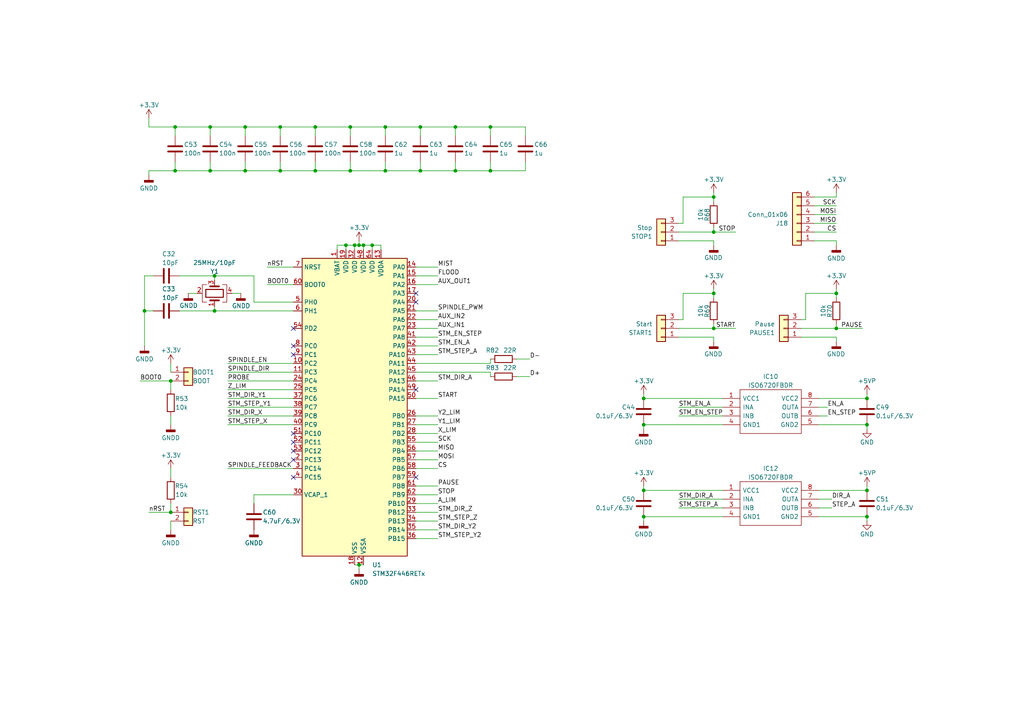
<source format=kicad_sch>
(kicad_sch (version 20230121) (generator eeschema)
  (paper "A4")
  (title_block (title "PCK Controller V1") (company "Josef Pecka"))
  (lib_symbols
    (symbol "Connector_Generic:Conn_01x02" (pin_names (offset 1.016) hide)
      (property "Reference" "J" (at 0 2.54 0))
      (property "Value" "Conn_01x02" (at 0 -5.08 0))
      (symbol "Conn_01x02_1_1"
        (rectangle (start -1.27 -2.413) (end 0 -2.667) (stroke (width 0.1524)))
        (rectangle (start -1.27 0.127) (end 0 -0.127) (stroke (width 0.1524)))
        (rectangle (start -1.27 1.27) (end 1.27 -3.81) (stroke (width 0.254)) (fill (type background)))
        (pin passive line (at -5.08 0 0) (length 3.81) (name "Pin_1") (number "1"))
        (pin passive line (at -5.08 -2.54 0) (length 3.81) (name "Pin_2") (number "2"))
      )
    )
    (symbol "Connector_Generic:Conn_01x03" (pin_names (offset 1.016) hide)
      (property "Reference" "J" (at 0 5.08 0))
      (property "Value" "Conn_01x03" (at 0 -5.08 0))
      (symbol "Conn_01x03_1_1"
        (rectangle (start -1.27 -2.413) (end 0 -2.667) (stroke (width 0.1524)))
        (rectangle (start -1.27 0.127) (end 0 -0.127) (stroke (width 0.1524)))
        (rectangle (start -1.27 2.667) (end 0 2.413) (stroke (width 0.1524)))
        (rectangle (start -1.27 3.81) (end 1.27 -3.81) (stroke (width 0.254)) (fill (type background)))
        (pin passive line (at -5.08 2.54 0) (length 3.81) (name "Pin_1") (number "1"))
        (pin passive line (at -5.08 0 0) (length 3.81) (name "Pin_2") (number "2"))
        (pin passive line (at -5.08 -2.54 0) (length 3.81) (name "Pin_3") (number "3"))
      )
    )
    (symbol "Connector_Generic:Conn_01x06" (pin_names (offset 1.016) hide)
      (property "Reference" "J" (at 0 7.62 0))
      (property "Value" "Conn_01x06" (at 0 -10.16 0))
      (symbol "Conn_01x06_1_1"
        (rectangle (start -1.27 -7.493) (end 0 -7.747) (stroke (width 0.1524)))
        (rectangle (start -1.27 -4.953) (end 0 -5.207) (stroke (width 0.1524)))
        (rectangle (start -1.27 -2.413) (end 0 -2.667) (stroke (width 0.1524)))
        (rectangle (start -1.27 0.127) (end 0 -0.127) (stroke (width 0.1524)))
        (rectangle (start -1.27 2.667) (end 0 2.413) (stroke (width 0.1524)))
        (rectangle (start -1.27 5.207) (end 0 4.953) (stroke (width 0.1524)))
        (rectangle (start -1.27 6.35) (end 1.27 -8.89) (stroke (width 0.254)) (fill (type background)))
        (pin passive line (at -5.08 5.08 0) (length 3.81) (name "Pin_1") (number "1"))
        (pin passive line (at -5.08 2.54 0) (length 3.81) (name "Pin_2") (number "2"))
        (pin passive line (at -5.08 0 0) (length 3.81) (name "Pin_3") (number "3"))
        (pin passive line (at -5.08 -2.54 0) (length 3.81) (name "Pin_4") (number "4"))
        (pin passive line (at -5.08 -5.08 0) (length 3.81) (name "Pin_5") (number "5"))
        (pin passive line (at -5.08 -7.62 0) (length 3.81) (name "Pin_6") (number "6"))
      )
    )
    (symbol "Device:C" (pin_numbers hide) (pin_names (offset 0.254))
      (property "Reference" "C" (at 0.635 2.54 0))
      (property "Value" "C" (at 0.635 -2.54 0))
      (symbol "C_0_1"
        (polyline (pts (xy -2.032 -0.762) (xy 2.032 -0.762)) (stroke (width 0.508)))
        (polyline (pts (xy -2.032 0.762) (xy 2.032 0.762)) (stroke (width 0.508)))
      )
      (symbol "C_1_1"
        (pin passive line (at 0 3.81 270) (length 2.794) (name "~") (number "1"))
        (pin passive line (at 0 -3.81 90) (length 2.794) (name "~") (number "2"))
      )
    )
    (symbol "Device:Crystal_GND24" (pin_names (offset 1.016) hide)
      (property "Reference" "Y" (at 3.175 5.08 0))
      (property "Value" "Crystal_GND24" (at 3.175 3.175 0))
      (symbol "Crystal_GND24_0_1"
        (rectangle (start -1.143 2.54) (end 1.143 -2.54) (stroke (width 0.3048)))
        (polyline (pts (xy -2.54 0) (xy -2.032 0)))
        (polyline (pts (xy -2.032 -1.27) (xy -2.032 1.27)) (stroke (width 0.508)))
        (polyline (pts (xy 0 -3.81) (xy 0 -3.556)))
        (polyline (pts (xy 0 3.556) (xy 0 3.81)))
        (polyline (pts (xy 2.032 -1.27) (xy 2.032 1.27)) (stroke (width 0.508)))
        (polyline (pts (xy 2.032 0) (xy 2.54 0)))
        (polyline (pts (xy -2.54 -2.286) (xy -2.54 -3.556) (xy 2.54 -3.556) (xy 2.54 -2.286)))
        (polyline (pts (xy -2.54 2.286) (xy -2.54 3.556) (xy 2.54 3.556) (xy 2.54 2.286)))
      )
      (symbol "Crystal_GND24_1_1"
        (pin passive line (at -3.81 0 0) (length 1.27) (name "1") (number "1"))
        (pin passive line (at 0 5.08 270) (length 1.27) (name "2") (number "2"))
        (pin passive line (at 3.81 0 180) (length 1.27) (name "3") (number "3"))
        (pin passive line (at 0 -5.08 90) (length 1.27) (name "4") (number "4"))
      )
    )
    (symbol "Device:R" (pin_numbers hide) (pin_names (offset 0))
      (property "Reference" "R" (at 2.032 0 90))
      (property "Value" "R" (at 0 0 90))
      (symbol "R_0_1"
        (rectangle (start -1.016 -2.54) (end 1.016 2.54) (stroke (width 0.254)))
      )
      (symbol "R_1_1"
        (pin passive line (at 0 3.81 270) (length 1.27) (name "~") (number "1"))
        (pin passive line (at 0 -3.81 90) (length 1.27) (name "~") (number "2"))
      )
    )
    (symbol "MCU_ST_STM32F4:STM32F446RETx"
      (property "Reference" "U" (at -15.24 44.45 0))
      (property "Value" "STM32F446RETx" (at 10.16 44.45 0))
      (symbol "STM32F446RETx_0_1"
        (rectangle (start -15.24 -43.18) (end 15.24 43.18) (stroke (width 0.254)) (fill (type background)))
      )
      (symbol "STM32F446RETx_1_1"
        (pin power_in line (at -5.08 45.72 270) (length 2.54) (name "VBAT") (number "1"))
        (pin bidirectional line (at -17.78 12.7 0) (length 2.54) (name "PC2") (number "10"))
        (pin bidirectional line (at -17.78 10.16 0) (length 2.54) (name "PC3") (number "11"))
        (pin power_in line (at 2.54 -45.72 90) (length 2.54) (name "VSSA") (number "12"))
        (pin power_in line (at 7.62 45.72 270) (length 2.54) (name "VDDA") (number "13"))
        (pin bidirectional line (at 17.78 40.64 180) (length 2.54) (name "PA0") (number "14"))
        (pin bidirectional line (at 17.78 38.1 180) (length 2.54) (name "PA1") (number "15"))
        (pin bidirectional line (at 17.78 35.56 180) (length 2.54) (name "PA2") (number "16"))
        (pin bidirectional line (at 17.78 33.02 180) (length 2.54) (name "PA3") (number "17"))
        (pin power_in line (at 0 -45.72 90) (length 2.54) (name "VSS") (number "18"))
        (pin power_in line (at -2.54 45.72 270) (length 2.54) (name "VDD") (number "19"))
        (pin bidirectional line (at -17.78 -15.24 0) (length 2.54) (name "PC13") (number "2"))
        (pin bidirectional line (at 17.78 30.48 180) (length 2.54) (name "PA4") (number "20"))
        (pin bidirectional line (at 17.78 27.94 180) (length 2.54) (name "PA5") (number "21"))
        (pin bidirectional line (at 17.78 25.4 180) (length 2.54) (name "PA6") (number "22"))
        (pin bidirectional line (at 17.78 22.86 180) (length 2.54) (name "PA7") (number "23"))
        (pin bidirectional line (at -17.78 7.62 0) (length 2.54) (name "PC4") (number "24"))
        (pin bidirectional line (at -17.78 5.08 0) (length 2.54) (name "PC5") (number "25"))
        (pin bidirectional line (at 17.78 -2.54 180) (length 2.54) (name "PB0") (number "26"))
        (pin bidirectional line (at 17.78 -5.08 180) (length 2.54) (name "PB1") (number "27"))
        (pin bidirectional line (at 17.78 -7.62 180) (length 2.54) (name "PB2") (number "28"))
        (pin bidirectional line (at 17.78 -27.94 180) (length 2.54) (name "PB10") (number "29"))
        (pin bidirectional line (at -17.78 -17.78 0) (length 2.54) (name "PC14") (number "3"))
        (pin power_out line (at -17.78 -25.4 0) (length 2.54) (name "VCAP_1") (number "30"))
        (pin passive line (at 0 -45.72 90) (length 2.54) hide (name "VSS") (number "31"))
        (pin power_in line (at 0 45.72 270) (length 2.54) (name "VDD") (number "32"))
        (pin bidirectional line (at 17.78 -30.48 180) (length 2.54) (name "PB12") (number "33"))
        (pin bidirectional line (at 17.78 -33.02 180) (length 2.54) (name "PB13") (number "34"))
        (pin bidirectional line (at 17.78 -35.56 180) (length 2.54) (name "PB14") (number "35"))
        (pin bidirectional line (at 17.78 -38.1 180) (length 2.54) (name "PB15") (number "36"))
        (pin bidirectional line (at -17.78 2.54 0) (length 2.54) (name "PC6") (number "37"))
        (pin bidirectional line (at -17.78 0 0) (length 2.54) (name "PC7") (number "38"))
        (pin bidirectional line (at -17.78 -2.54 0) (length 2.54) (name "PC8") (number "39"))
        (pin bidirectional line (at -17.78 -20.32 0) (length 2.54) (name "PC15") (number "4"))
        (pin bidirectional line (at -17.78 -5.08 0) (length 2.54) (name "PC9") (number "40"))
        (pin bidirectional line (at 17.78 20.32 180) (length 2.54) (name "PA8") (number "41"))
        (pin bidirectional line (at 17.78 17.78 180) (length 2.54) (name "PA9") (number "42"))
        (pin bidirectional line (at 17.78 15.24 180) (length 2.54) (name "PA10") (number "43"))
        (pin bidirectional line (at 17.78 12.7 180) (length 2.54) (name "PA11") (number "44"))
        (pin bidirectional line (at 17.78 10.16 180) (length 2.54) (name "PA12") (number "45"))
        (pin bidirectional line (at 17.78 7.62 180) (length 2.54) (name "PA13") (number "46"))
        (pin passive line (at 0 -45.72 90) (length 2.54) hide (name "VSS") (number "47"))
        (pin power_in line (at 2.54 45.72 270) (length 2.54) (name "VDD") (number "48"))
        (pin bidirectional line (at 17.78 5.08 180) (length 2.54) (name "PA14") (number "49"))
        (pin bidirectional line (at -17.78 30.48 0) (length 2.54) (name "PH0") (number "5"))
        (pin bidirectional line (at 17.78 2.54 180) (length 2.54) (name "PA15") (number "50"))
        (pin bidirectional line (at -17.78 -7.62 0) (length 2.54) (name "PC10") (number "51"))
        (pin bidirectional line (at -17.78 -10.16 0) (length 2.54) (name "PC11") (number "52"))
        (pin bidirectional line (at -17.78 -12.7 0) (length 2.54) (name "PC12") (number "53"))
        (pin bidirectional line (at -17.78 22.86 0) (length 2.54) (name "PD2") (number "54"))
        (pin bidirectional line (at 17.78 -10.16 180) (length 2.54) (name "PB3") (number "55"))
        (pin bidirectional line (at 17.78 -12.7 180) (length 2.54) (name "PB4") (number "56"))
        (pin bidirectional line (at 17.78 -15.24 180) (length 2.54) (name "PB5") (number "57"))
        (pin bidirectional line (at 17.78 -17.78 180) (length 2.54) (name "PB6") (number "58"))
        (pin bidirectional line (at 17.78 -20.32 180) (length 2.54) (name "PB7") (number "59"))
        (pin bidirectional line (at -17.78 27.94 0) (length 2.54) (name "PH1") (number "6"))
        (pin input line (at -17.78 35.56 0) (length 2.54) (name "BOOT0") (number "60"))
        (pin bidirectional line (at 17.78 -22.86 180) (length 2.54) (name "PB8") (number "61"))
        (pin bidirectional line (at 17.78 -25.4 180) (length 2.54) (name "PB9") (number "62"))
        (pin passive line (at 0 -45.72 90) (length 2.54) hide (name "VSS") (number "63"))
        (pin power_in line (at 5.08 45.72 270) (length 2.54) (name "VDD") (number "64"))
        (pin input line (at -17.78 40.64 0) (length 2.54) (name "NRST") (number "7"))
        (pin bidirectional line (at -17.78 17.78 0) (length 2.54) (name "PC0") (number "8"))
        (pin bidirectional line (at -17.78 15.24 0) (length 2.54) (name "PC1") (number "9"))
      )
    )
    (symbol "SamacSys_Parts:ISO6720FBDR" (pin_names (offset 0.762))
      (property "Reference" "IC" (at 24.13 7.62 0))
      (property "Value" "ISO6720FBDR" (at 24.13 5.08 0))
      (symbol "ISO6720FBDR_0_0"
        (pin passive line (at 0 0 0) (length 5.08) (name "VCC1") (number "1"))
        (pin passive line (at 0 -2.54 0) (length 5.08) (name "INA") (number "2"))
        (pin passive line (at 0 -5.08 0) (length 5.08) (name "INB") (number "3"))
        (pin passive line (at 0 -7.62 0) (length 5.08) (name "GND1") (number "4"))
        (pin passive line (at 27.94 -7.62 180) (length 5.08) (name "GND2") (number "5"))
        (pin passive line (at 27.94 -5.08 180) (length 5.08) (name "OUTB") (number "6"))
        (pin passive line (at 27.94 -2.54 180) (length 5.08) (name "OUTA") (number "7"))
        (pin passive line (at 27.94 0 180) (length 5.08) (name "VCC2") (number "8"))
      )
      (symbol "ISO6720FBDR_0_1"
        (polyline (pts (xy 5.08 2.54) (xy 22.86 2.54) (xy 22.86 -10.16) (xy 5.08 -10.16) (xy 5.08 2.54)) (stroke (width 0.1524)))
      )
    )
    (symbol "power:+3.3V" (power) (pin_names (offset 0))
      (property "Value" "+3.3V" (at 0 3.556 0))
      (symbol "+3.3V_0_1"
        (polyline (pts (xy -0.762 1.27) (xy 0 2.54)))
        (polyline (pts (xy 0 0) (xy 0 2.54)))
        (polyline (pts (xy 0 2.54) (xy 0.762 1.27)))
      )
      (symbol "+3.3V_1_1"
        (pin power_in line (at 0 0 90) (length 0) hide (name "+3.3V") (number "1"))
      )
    )
    (symbol "power:+5VP" (power) (pin_names (offset 0))
      (property "Value" "+5VP" (at 0 3.556 0))
      (symbol "+5VP_0_1"
        (polyline (pts (xy -0.762 1.27) (xy 0 2.54)))
        (polyline (pts (xy 0 0) (xy 0 2.54)))
        (polyline (pts (xy 0 2.54) (xy 0.762 1.27)))
      )
      (symbol "+5VP_1_1"
        (pin power_in line (at 0 0 90) (length 0) hide (name "+5VP") (number "1"))
      )
    )
    (symbol "power:GND" (power) (pin_names (offset 0))
      (property "Value" "GND" (at 0 -3.81 0))
      (symbol "GND_0_1"
        (polyline (pts (xy 0 0) (xy 0 -1.27) (xy 1.27 -1.27) (xy 0 -2.54) (xy -1.27 -1.27) (xy 0 -1.27)))
      )
      (symbol "GND_1_1"
        (pin power_in line (at 0 0 270) (length 0) hide (name "GND") (number "1"))
      )
    )
    (symbol "power:GNDD" (power) (pin_names (offset 0))
      (property "Value" "GNDD" (at 0 -3.175 0))
      (symbol "GNDD_0_1"
        (rectangle (start -1.27 -1.524) (end 1.27 -2.032) (stroke (width 0.254)) (fill (type outline)))
        (polyline (pts (xy 0 0) (xy 0 -1.524)))
      )
      (symbol "GNDD_1_1"
        (pin power_in line (at 0 0 270) (length 0) hide (name "GNDD") (number "1"))
      )
    )
  )
  (junction (at 186.69 123.19))
  (junction (at 105.41 71.12))
  (junction (at 251.46 123.19))
  (junction (at 71.12 36.83))
  (junction (at 49.53 110.49))
  (junction (at 207.01 57.15))
  (junction (at 251.46 115.57))
  (junction (at 186.69 115.57))
  (junction (at 104.14 71.12))
  (junction (at 50.8 49.53))
  (junction (at 242.57 95.25))
  (junction (at 207.01 67.31))
  (junction (at 107.95 71.12))
  (junction (at 132.08 49.53))
  (junction (at 71.12 49.53))
  (junction (at 91.44 36.83))
  (junction (at 186.69 142.24))
  (junction (at 111.76 49.53))
  (junction (at 101.6 49.53))
  (junction (at 91.44 49.53))
  (junction (at 62.23 80.01))
  (junction (at 121.92 49.53))
  (junction (at 60.96 36.83))
  (junction (at 104.14 163.83))
  (junction (at 62.23 90.17))
  (junction (at 49.53 148.59))
  (junction (at 81.28 49.53))
  (junction (at 100.33 71.12))
  (junction (at 132.08 36.83))
  (junction (at 142.24 49.53))
  (junction (at 207.01 85.09))
  (junction (at 251.46 142.24))
  (junction (at 186.69 149.86))
  (junction (at 50.8 36.83))
  (junction (at 251.46 149.86))
  (junction (at 81.28 36.83))
  (junction (at 111.76 36.83))
  (junction (at 41.91 90.17))
  (junction (at 207.01 95.25))
  (junction (at 121.92 36.83))
  (junction (at 102.87 71.12))
  (junction (at 142.24 36.83))
  (junction (at 242.57 85.09))
  (junction (at 101.6 36.83))
  (junction (at 60.96 49.53))
  (no_connect (at 85.09 100.33))
  (no_connect (at 85.09 133.35))
  (no_connect (at 120.65 87.63))
  (no_connect (at 85.09 130.81))
  (no_connect (at 120.65 85.09))
  (no_connect (at 120.65 138.43))
  (no_connect (at 85.09 102.87))
  (no_connect (at 85.09 138.43))
  (no_connect (at 85.09 128.27))
  (no_connect (at 85.09 125.73))
  (no_connect (at 120.65 113.03))
  (no_connect (at 85.09 95.25))
  (wire (pts (xy 66.04 120.65) (xy 85.09 120.65)))
  (wire (pts (xy 107.95 71.12) (xy 107.95 72.39)))
  (wire (pts (xy 142.24 109.22) (xy 142.24 107.95)))
  (wire (pts (xy 120.65 100.33) (xy 127 100.33)))
  (wire (pts (xy 207.01 99.06) (xy 207.01 97.79)))
  (wire (pts (xy 120.65 105.41) (xy 142.24 105.41)))
  (wire (pts (xy 49.53 110.49) (xy 49.53 113.03)))
  (wire (pts (xy 196.85 144.78) (xy 209.55 144.78)))
  (wire (pts (xy 111.76 36.83) (xy 111.76 39.37)))
  (wire (pts (xy 242.57 71.12) (xy 242.57 69.85)))
  (wire (pts (xy 101.6 46.99) (xy 101.6 49.53)))
  (wire (pts (xy 149.86 104.14) (xy 153.67 104.14)))
  (wire (pts (xy 250.19 95.25) (xy 242.57 95.25)))
  (wire (pts (xy 104.14 71.12) (xy 105.41 71.12)))
  (wire (pts (xy 101.6 36.83) (xy 101.6 39.37)))
  (wire (pts (xy 186.69 114.3) (xy 186.69 115.57)))
  (wire (pts (xy 198.12 57.15) (xy 198.12 64.77)))
  (wire (pts (xy 242.57 99.06) (xy 242.57 97.79)))
  (wire (pts (xy 43.18 148.59) (xy 49.53 148.59)))
  (wire (pts (xy 242.57 59.69) (xy 236.22 59.69)))
  (wire (pts (xy 60.96 36.83) (xy 71.12 36.83)))
  (wire (pts (xy 241.3 147.32) (xy 237.49 147.32)))
  (wire (pts (xy 237.49 115.57) (xy 251.46 115.57)))
  (wire (pts (xy 73.66 143.51) (xy 85.09 143.51)))
  (wire (pts (xy 50.8 46.99) (xy 50.8 49.53)))
  (wire (pts (xy 242.57 95.25) (xy 232.41 95.25)))
  (wire (pts (xy 71.12 36.83) (xy 81.28 36.83)))
  (wire (pts (xy 207.01 85.09) (xy 198.12 85.09)))
  (wire (pts (xy 54.61 85.09) (xy 57.15 85.09)))
  (wire (pts (xy 127 95.25) (xy 120.65 95.25)))
  (wire (pts (xy 44.45 80.01) (xy 41.91 80.01)))
  (wire (pts (xy 104.14 69.85) (xy 104.14 71.12)))
  (wire (pts (xy 186.69 124.46) (xy 186.69 123.19)))
  (wire (pts (xy 196.85 120.65) (xy 209.55 120.65)))
  (wire (pts (xy 101.6 49.53) (xy 111.76 49.53)))
  (wire (pts (xy 213.36 95.25) (xy 207.01 95.25)))
  (wire (pts (xy 81.28 46.99) (xy 81.28 49.53)))
  (wire (pts (xy 120.65 97.79) (xy 127 97.79)))
  (wire (pts (xy 127 120.65) (xy 120.65 120.65)))
  (wire (pts (xy 121.92 49.53) (xy 132.08 49.53)))
  (wire (pts (xy 121.92 46.99) (xy 121.92 49.53)))
  (wire (pts (xy 242.57 93.98) (xy 242.57 95.25)))
  (wire (pts (xy 111.76 36.83) (xy 121.92 36.83)))
  (wire (pts (xy 50.8 39.37) (xy 50.8 36.83)))
  (wire (pts (xy 71.12 36.83) (xy 71.12 39.37)))
  (wire (pts (xy 207.01 71.12) (xy 207.01 69.85)))
  (wire (pts (xy 251.46 123.19) (xy 251.46 124.46)))
  (wire (pts (xy 127 90.17) (xy 120.65 90.17)))
  (wire (pts (xy 142.24 36.83) (xy 152.4 36.83)))
  (wire (pts (xy 186.69 151.13) (xy 186.69 149.86)))
  (wire (pts (xy 60.96 49.53) (xy 71.12 49.53)))
  (wire (pts (xy 49.53 146.05) (xy 49.53 148.59)))
  (wire (pts (xy 71.12 46.99) (xy 71.12 49.53)))
  (wire (pts (xy 142.24 46.99) (xy 142.24 49.53)))
  (wire (pts (xy 132.08 36.83) (xy 132.08 39.37)))
  (wire (pts (xy 102.87 71.12) (xy 104.14 71.12)))
  (wire (pts (xy 207.01 57.15) (xy 207.01 58.42)))
  (wire (pts (xy 127 128.27) (xy 120.65 128.27)))
  (wire (pts (xy 120.65 143.51) (xy 127 143.51)))
  (wire (pts (xy 142.24 36.83) (xy 142.24 39.37)))
  (wire (pts (xy 127 151.13) (xy 120.65 151.13)))
  (wire (pts (xy 242.57 57.15) (xy 236.22 57.15)))
  (wire (pts (xy 81.28 36.83) (xy 81.28 39.37)))
  (wire (pts (xy 102.87 71.12) (xy 102.87 72.39)))
  (wire (pts (xy 104.14 163.83) (xy 105.41 163.83)))
  (wire (pts (xy 242.57 85.09) (xy 242.57 86.36)))
  (wire (pts (xy 73.66 146.05) (xy 73.66 143.51)))
  (wire (pts (xy 186.69 149.86) (xy 209.55 149.86)))
  (wire (pts (xy 62.23 80.01) (xy 73.66 80.01)))
  (wire (pts (xy 127 125.73) (xy 120.65 125.73)))
  (wire (pts (xy 242.57 97.79) (xy 232.41 97.79)))
  (wire (pts (xy 132.08 36.83) (xy 142.24 36.83)))
  (wire (pts (xy 251.46 149.86) (xy 251.46 151.13)))
  (wire (pts (xy 110.49 71.12) (xy 110.49 72.39)))
  (wire (pts (xy 50.8 36.83) (xy 60.96 36.83)))
  (wire (pts (xy 107.95 71.12) (xy 110.49 71.12)))
  (wire (pts (xy 121.92 36.83) (xy 121.92 39.37)))
  (wire (pts (xy 62.23 80.01) (xy 62.23 81.28)))
  (wire (pts (xy 101.6 36.83) (xy 111.76 36.83)))
  (wire (pts (xy 207.01 97.79) (xy 196.85 97.79)))
  (wire (pts (xy 127 92.71) (xy 120.65 92.71)))
  (wire (pts (xy 44.45 90.17) (xy 41.91 90.17)))
  (wire (pts (xy 69.85 85.09) (xy 67.31 85.09)))
  (wire (pts (xy 186.69 142.24) (xy 209.55 142.24)))
  (wire (pts (xy 142.24 104.14) (xy 142.24 105.41)))
  (wire (pts (xy 73.66 80.01) (xy 73.66 87.63)))
  (wire (pts (xy 66.04 118.11) (xy 85.09 118.11)))
  (wire (pts (xy 242.57 64.77) (xy 236.22 64.77)))
  (wire (pts (xy 233.68 85.09) (xy 233.68 92.71)))
  (wire (pts (xy 198.12 85.09) (xy 198.12 92.71)))
  (wire (pts (xy 100.33 71.12) (xy 102.87 71.12)))
  (wire (pts (xy 242.57 85.09) (xy 233.68 85.09)))
  (wire (pts (xy 120.65 80.01) (xy 127 80.01)))
  (wire (pts (xy 198.12 64.77) (xy 196.85 64.77)))
  (wire (pts (xy 132.08 46.99) (xy 132.08 49.53)))
  (wire (pts (xy 100.33 71.12) (xy 100.33 72.39)))
  (wire (pts (xy 105.41 71.12) (xy 107.95 71.12)))
  (wire (pts (xy 207.01 83.82) (xy 207.01 85.09)))
  (wire (pts (xy 207.01 95.25) (xy 196.85 95.25)))
  (wire (pts (xy 111.76 46.99) (xy 111.76 49.53)))
  (wire (pts (xy 127 156.21) (xy 120.65 156.21)))
  (wire (pts (xy 207.01 67.31) (xy 196.85 67.31)))
  (wire (pts (xy 237.49 142.24) (xy 251.46 142.24)))
  (wire (pts (xy 241.3 144.78) (xy 237.49 144.78)))
  (wire (pts (xy 77.47 82.55) (xy 85.09 82.55)))
  (wire (pts (xy 77.47 77.47) (xy 85.09 77.47)))
  (wire (pts (xy 43.18 36.83) (xy 50.8 36.83)))
  (wire (pts (xy 142.24 49.53) (xy 152.4 49.53)))
  (wire (pts (xy 81.28 36.83) (xy 91.44 36.83)))
  (wire (pts (xy 207.01 85.09) (xy 207.01 86.36)))
  (wire (pts (xy 132.08 49.53) (xy 142.24 49.53)))
  (wire (pts (xy 73.66 87.63) (xy 85.09 87.63)))
  (wire (pts (xy 97.79 71.12) (xy 100.33 71.12)))
  (wire (pts (xy 60.96 36.83) (xy 60.96 39.37)))
  (wire (pts (xy 43.18 50.8) (xy 43.18 49.53)))
  (wire (pts (xy 97.79 72.39) (xy 97.79 71.12)))
  (wire (pts (xy 91.44 46.99) (xy 91.44 49.53)))
  (wire (pts (xy 251.46 142.24) (xy 251.46 140.97)))
  (wire (pts (xy 66.04 123.19) (xy 85.09 123.19)))
  (wire (pts (xy 213.36 67.31) (xy 207.01 67.31)))
  (wire (pts (xy 120.65 82.55) (xy 127 82.55)))
  (wire (pts (xy 49.53 105.41) (xy 49.53 107.95)))
  (wire (pts (xy 237.49 149.86) (xy 251.46 149.86)))
  (wire (pts (xy 233.68 92.71) (xy 232.41 92.71)))
  (wire (pts (xy 142.24 107.95) (xy 120.65 107.95)))
  (wire (pts (xy 43.18 34.29) (xy 43.18 36.83)))
  (wire (pts (xy 242.57 67.31) (xy 236.22 67.31)))
  (wire (pts (xy 66.04 110.49) (xy 85.09 110.49)))
  (wire (pts (xy 121.92 36.83) (xy 132.08 36.83)))
  (wire (pts (xy 207.01 55.88) (xy 207.01 57.15)))
  (wire (pts (xy 62.23 90.17) (xy 85.09 90.17)))
  (wire (pts (xy 237.49 123.19) (xy 251.46 123.19)))
  (wire (pts (xy 43.18 49.53) (xy 50.8 49.53)))
  (wire (pts (xy 120.65 115.57) (xy 127 115.57)))
  (wire (pts (xy 41.91 90.17) (xy 41.91 100.33)))
  (wire (pts (xy 242.57 55.88) (xy 242.57 57.15)))
  (wire (pts (xy 198.12 92.71) (xy 196.85 92.71)))
  (wire (pts (xy 102.87 163.83) (xy 104.14 163.83)))
  (wire (pts (xy 50.8 49.53) (xy 60.96 49.53)))
  (wire (pts (xy 207.01 66.04) (xy 207.01 67.31)))
  (wire (pts (xy 40.64 110.49) (xy 49.53 110.49)))
  (wire (pts (xy 127 148.59) (xy 120.65 148.59)))
  (wire (pts (xy 120.65 140.97) (xy 127 140.97)))
  (wire (pts (xy 207.01 93.98) (xy 207.01 95.25)))
  (wire (pts (xy 242.57 62.23) (xy 236.22 62.23)))
  (wire (pts (xy 66.04 105.41) (xy 85.09 105.41)))
  (wire (pts (xy 60.96 46.99) (xy 60.96 49.53)))
  (wire (pts (xy 152.4 36.83) (xy 152.4 39.37)))
  (wire (pts (xy 91.44 36.83) (xy 91.44 39.37)))
  (wire (pts (xy 127 123.19) (xy 120.65 123.19)))
  (wire (pts (xy 237.49 120.65) (xy 240.03 120.65)))
  (wire (pts (xy 71.12 49.53) (xy 81.28 49.53)))
  (wire (pts (xy 41.91 80.01) (xy 41.91 90.17)))
  (wire (pts (xy 81.28 49.53) (xy 91.44 49.53)))
  (wire (pts (xy 62.23 88.9) (xy 62.23 90.17)))
  (wire (pts (xy 62.23 80.01) (xy 52.07 80.01)))
  (wire (pts (xy 186.69 140.97) (xy 186.69 142.24)))
  (wire (pts (xy 49.53 120.65) (xy 49.53 123.19)))
  (wire (pts (xy 207.01 69.85) (xy 196.85 69.85)))
  (wire (pts (xy 66.04 113.03) (xy 85.09 113.03)))
  (wire (pts (xy 104.14 165.1) (xy 104.14 163.83)))
  (wire (pts (xy 196.85 118.11) (xy 209.55 118.11)))
  (wire (pts (xy 111.76 49.53) (xy 121.92 49.53)))
  (wire (pts (xy 127 146.05) (xy 120.65 146.05)))
  (wire (pts (xy 251.46 115.57) (xy 251.46 114.3)))
  (wire (pts (xy 66.04 135.89) (xy 85.09 135.89)))
  (wire (pts (xy 49.53 151.13) (xy 49.53 153.67)))
  (wire (pts (xy 127 153.67) (xy 120.65 153.67)))
  (wire (pts (xy 127 133.35) (xy 120.65 133.35)))
  (wire (pts (xy 237.49 118.11) (xy 240.03 118.11)))
  (wire (pts (xy 152.4 46.99) (xy 152.4 49.53)))
  (wire (pts (xy 49.53 135.89) (xy 49.53 138.43)))
  (wire (pts (xy 120.65 102.87) (xy 127 102.87)))
  (wire (pts (xy 186.69 115.57) (xy 209.55 115.57)))
  (wire (pts (xy 91.44 49.53) (xy 101.6 49.53)))
  (wire (pts (xy 62.23 90.17) (xy 52.07 90.17)))
  (wire (pts (xy 91.44 36.83) (xy 101.6 36.83)))
  (wire (pts (xy 66.04 115.57) (xy 85.09 115.57)))
  (wire (pts (xy 127 130.81) (xy 120.65 130.81)))
  (wire (pts (xy 186.69 123.19) (xy 209.55 123.19)))
  (wire (pts (xy 207.01 57.15) (xy 198.12 57.15)))
  (wire (pts (xy 120.65 77.47) (xy 127 77.47)))
  (wire (pts (xy 105.41 71.12) (xy 105.41 72.39)))
  (wire (pts (xy 149.86 109.22) (xy 153.67 109.22)))
  (wire (pts (xy 242.57 69.85) (xy 236.22 69.85)))
  (wire (pts (xy 120.65 135.89) (xy 127 135.89)))
  (wire (pts (xy 196.85 147.32) (xy 209.55 147.32)))
  (wire (pts (xy 242.57 83.82) (xy 242.57 85.09)))
  (wire (pts (xy 120.65 110.49) (xy 127 110.49)))
  (wire (pts (xy 66.04 107.95) (xy 85.09 107.95)))
  (label "DIR_A" (at 241.3 144.78 0))
  (label "STM_DIR_A" (at 127 110.49 0))
  (label "CS" (at 242.57 67.31 180))
  (label "STM_STEP_Z" (at 127 151.13 0))
  (label "MISO" (at 127 130.81 0))
  (label "PAUSE" (at 127 140.97 0))
  (label "STM_STEP_Y2" (at 127 156.21 0))
  (label "MIST" (at 127 77.47 0))
  (label "STM_DIR_X" (at 66.04 120.65 0))
  (label "MISO" (at 242.57 64.77 180))
  (label "A_LIM" (at 127 146.05 0))
  (label "STM_EN_A" (at 196.85 118.11 0))
  (label "STEP_A" (at 241.3 147.32 0))
  (label "START" (at 127 115.57 0))
  (label "STM_EN_STEP" (at 127 97.79 0))
  (label "nRST" (at 43.18 148.59 0))
  (label "STM_DIR_Y1" (at 66.04 115.57 0))
  (label "STM_STEP_X" (at 66.04 123.19 0))
  (label "STM_STEP_A" (at 127 102.87 0))
  (label "STM_DIR_A" (at 196.85 144.78 0))
  (label "D+" (at 153.67 109.22 0))
  (label "MOSI" (at 127 133.35 0))
  (label "STM_STEP_A" (at 196.85 147.32 0))
  (label "EN_STEP" (at 240.03 120.65 0))
  (label "STM_EN_A" (at 127 100.33 0))
  (label "STM_DIR_Y2" (at 127 153.67 0))
  (label "CS" (at 127 135.89 0))
  (label "STOP" (at 213.36 67.31 180))
  (label "MOSI" (at 242.57 62.23 180))
  (label "nRST" (at 77.47 77.47 0))
  (label "STM_EN_STEP" (at 196.85 120.65 0))
  (label "STOP" (at 127 143.51 0))
  (label "SPINDLE_DIR" (at 66.04 107.95 0))
  (label "BOOT0" (at 40.64 110.49 0))
  (label "AUX_IN2" (at 127 92.71 0))
  (label "SCK" (at 242.57 59.69 180))
  (label "D-" (at 153.67 104.14 0))
  (label "SPINDLE_PWM" (at 127 90.17 0))
  (label "AUX_OUT1" (at 127 82.55 0))
  (label "Y1_LIM" (at 127 123.19 0))
  (label "BOOT0" (at 77.47 82.55 0))
  (label "START" (at 213.36 95.25 180))
  (label "AUX_IN1" (at 127 95.25 0))
  (label "EN_A" (at 240.03 118.11 0))
  (label "STM_STEP_Y1" (at 66.04 118.11 0))
  (label "STM_DIR_Z" (at 127 148.59 0))
  (label "SPINDLE_FEEDBACK" (at 66.04 135.89 0))
  (label "PAUSE" (at 250.19 95.25 180))
  (label "FLOOD" (at 127 80.01 0))
  (label "SCK" (at 127 128.27 0))
  (label "SPINDLE_EN" (at 66.04 105.41 0))
  (label "X_LIM" (at 127 125.73 0))
  (label "Y2_LIM" (at 127 120.65 0))
  (label "Z_LIM" (at 66.04 113.03 0))
  (label "PROBE" (at 66.04 110.49 0))
  (symbol (lib_id "power:GNDD") (at 69.85 85.09 0) (unit 1)
    (property "Reference" "#PWR09" (effects hide))
    (property "Value" "GNDD" (at 72.6173 88.7173 0) (effects (justify right)))
  )
  (symbol (lib_id "power:GNDD") (at 207.01 71.12 0) (mirror y) (unit 1)
    (property "Reference" "#PWR016" (effects hide))
    (property "Value" "GNDD" (at 204.2427 74.7473 0) (effects (justify right)))
  )
  (symbol (lib_id "power:+3.3V") (at 186.69 114.3 0) (unit 1)
    (property "Reference" "#PWR071" (effects hide))
    (property "Value" "+3.3V" (at 186.69 110.49 0))
  )
  (symbol (lib_id "Connector_Generic:Conn_01x02") (at 54.61 148.59 0) (unit 1)
    (property "Reference" "RST1" (at 55.88 148.59 0) (effects (justify left)))
    (property "Value" "RST" (at 55.88 151.13 0) (effects (justify left)))
    (property "Footprint" "Connector_PinHeader_2.54mm:PinHeader_1x02_P2.54mm_Vertical" (effects hide))
  )
  (symbol (lib_id "power:GNDD") (at 49.53 153.67 0) (unit 1)
    (property "Reference" "#PWR07" (effects hide))
    (property "Value" "GNDD" (at 49.53 157.48 0))
  )
  (symbol (lib_id "Device:C") (at 101.6 43.18 0) (unit 1)
    (property "Reference" "C58" (at 104.14 41.91 0) (effects (justify left)))
    (property "Value" "100n" (at 104.14 44.45 0) (effects (justify left)))
    (property "Footprint" "Capacitor_SMD:C_0402_1005Metric" (effects hide))
  )
  (symbol (lib_id "power:GNDD") (at 49.53 123.19 0) (unit 1)
    (property "Reference" "#PWR05" (effects hide))
    (property "Value" "GNDD" (at 49.53 127 0))
  )
  (symbol (lib_id "Device:R") (at 207.01 90.17 0) (mirror x) (unit 1)
    (property "Reference" "R69" (at 205.1032 90.2371 90))
    (property "Value" "10k" (at 203.2 90.17 90))
    (property "Footprint" "Resistor_SMD:R_0402_1005Metric" (effects hide))
  )
  (symbol (lib_id "Device:C") (at 71.12 43.18 0) (unit 1)
    (property "Reference" "C55" (at 73.66 41.91 0) (effects (justify left)))
    (property "Value" "100n" (at 73.66 44.45 0) (effects (justify left)))
    (property "Footprint" "Capacitor_SMD:C_0402_1005Metric" (effects hide))
  )
  (symbol (lib_id "Device:R") (at 146.05 104.14 90) (unit 1)
    (property "Reference" "R82" (at 144.78 101.6 90) (effects (justify left)))
    (property "Value" "22R" (at 149.86 101.6 90) (effects (justify left)))
    (property "Footprint" "Resistor_SMD:R_0402_1005Metric" (effects hide))
  )
  (symbol (lib_id "Connector_Generic:Conn_01x03") (at 227.33 95.25 180) (unit 1)
    (property "Reference" "PAUSE1" (at 224.79 96.52 0) (effects (justify left)))
    (property "Value" "Pause" (at 224.79 93.98 0) (effects (justify left)))
    (property "Footprint" "Connector_JST:JST_XH_B3B-XH-A_1x03_P2.50mm_Vertical" (effects hide))
  )
  (symbol (lib_id "Connector_Generic:Conn_01x02") (at 54.61 107.95 0) (unit 1)
    (property "Reference" "BOOT1" (at 55.88 107.95 0) (effects (justify left)))
    (property "Value" "BOOT" (at 55.88 110.49 0) (effects (justify left)))
    (property "Footprint" "Connector_PinHeader_2.54mm:PinHeader_1x02_P2.54mm_Vertical" (effects hide))
  )
  (symbol (lib_id "SamacSys_Parts:ISO6720FBDR") (at 209.55 142.24 0) (unit 1)
    (property "Reference" "IC12" (at 223.52 135.89 0))
    (property "Value" "ISO6720FBDR" (at 223.52 138.43 0))
    (property "Footprint" "SamacSys_Parts:SOIC127P600X175-8N" (effects hide))
    (property "Datasheet" "https://www.ti.com/lit/ds/symlink/iso6720.pdf?ts=1631770491208&ref_url=https%253A%252F%252Fwww.ti.com%252Fproduct%252FISO6720" (effects hide))
    (property "Description" "Digital Isolators General purpose dual-channel, 2/0, digital isolator" (effects hide))
    (property "Height" "1.75" (effects hide))
    (property "Mouser Part Number" "595-ISO6720FBDR" (effects hide))
    (property "Mouser Price/Stock" "https://www.mouser.co.uk/ProductDetail/Texas-Instruments/ISO6720FBDR?qs=QNEnbhJQKva93m6DsjFZMw%3D%3D" (effects hide))
    (property "Manufacturer_Name" "Texas Instruments" (effects hide))
    (property "Manufacturer_Part_Number" "ISO6720FBDR" (effects hide))
  )
  (symbol (lib_id "Device:C") (at 48.26 80.01 270) (unit 1)
    (property "Reference" "C32" (at 46.99 73.66 90) (effects (justify left)))
    (property "Value" "10pF" (at 46.99 76.2 90) (effects (justify left)))
    (property "Footprint" "Capacitor_SMD:C_0402_1005Metric" (effects hide))
  )
  (symbol (lib_id "Device:C") (at 251.46 146.05 0) (unit 1)
    (property "Reference" "C51" (at 254 144.78 0) (effects (justify left)))
    (property "Value" "0.1uF/6.3V" (at 254 147.32 0) (effects (justify left)))
    (property "Footprint" "Capacitor_SMD:C_0603_1608Metric" (effects hide))
  )
  (symbol (lib_id "power:+3.3V") (at 49.53 105.41 0) (unit 1)
    (property "Reference" "#PWR04" (effects hide))
    (property "Value" "+3.3V" (at 49.53 101.6 0))
  )
  (symbol (lib_id "power:GNDD") (at 43.18 50.8 0) (unit 1)
    (property "Reference" "#PWR02" (effects hide))
    (property "Value" "GNDD" (at 43.18 54.61 0))
  )
  (symbol (lib_id "power:+3.3V") (at 104.14 69.85 0) (unit 1)
    (property "Reference" "#PWR013" (effects hide))
    (property "Value" "+3.3V" (at 104.14 66.04 0))
  )
  (symbol (lib_id "Device:C") (at 50.8 43.18 0) (unit 1)
    (property "Reference" "C53" (at 53.34 41.91 0) (effects (justify left)))
    (property "Value" "100n" (at 53.34 44.45 0) (effects (justify left)))
    (property "Footprint" "Capacitor_SMD:C_0402_1005Metric" (effects hide))
  )
  (symbol (lib_id "power:GNDD") (at 104.14 165.1 0) (unit 1)
    (property "Reference" "#PWR014" (effects hide))
    (property "Value" "GNDD" (at 104.14 168.91 0))
  )
  (symbol (lib_id "SamacSys_Parts:ISO6720FBDR") (at 209.55 115.57 0) (unit 1)
    (property "Reference" "IC10" (at 223.52 109.22 0))
    (property "Value" "ISO6720FBDR" (at 223.52 111.76 0))
    (property "Footprint" "SamacSys_Parts:SOIC127P600X175-8N" (effects hide))
    (property "Datasheet" "https://www.ti.com/lit/ds/symlink/iso6720.pdf?ts=1631770491208&ref_url=https%253A%252F%252Fwww.ti.com%252Fproduct%252FISO6720" (effects hide))
    (property "Description" "Digital Isolators General purpose dual-channel, 2/0, digital isolator" (effects hide))
    (property "Height" "1.75" (effects hide))
    (property "Mouser Part Number" "595-ISO6720FBDR" (effects hide))
    (property "Mouser Price/Stock" "https://www.mouser.co.uk/ProductDetail/Texas-Instruments/ISO6720FBDR?qs=QNEnbhJQKva93m6DsjFZMw%3D%3D" (effects hide))
    (property "Manufacturer_Name" "Texas Instruments" (effects hide))
    (property "Manufacturer_Part_Number" "ISO6720FBDR" (effects hide))
  )
  (symbol (lib_id "Device:Crystal_GND24") (at 62.23 85.09 90) (unit 1)
    (property "Reference" "Y1" (at 62.23 78.74 90))
    (property "Value" "25MHz/10pF" (at 62.23 76.2 90))
    (property "Footprint" "Crystal:Crystal_SMD_2016-4Pin_2.0x1.6mm" (effects hide))
  )
  (symbol (lib_id "Device:R") (at 207.01 62.23 0) (mirror x) (unit 1)
    (property "Reference" "R68" (at 205.1032 62.2971 90))
    (property "Value" "10k" (at 203.2 62.23 90))
    (property "Footprint" "Resistor_SMD:R_0402_1005Metric" (effects hide))
  )
  (symbol (lib_id "power:GNDD") (at 242.57 71.12 0) (mirror y) (unit 1)
    (property "Reference" "#PWR020" (effects hide))
    (property "Value" "GNDD" (at 242.57 74.93 0))
  )
  (symbol (lib_id "Device:C") (at 91.44 43.18 0) (unit 1)
    (property "Reference" "C57" (at 93.98 41.91 0) (effects (justify left)))
    (property "Value" "100n" (at 93.98 44.45 0) (effects (justify left)))
    (property "Footprint" "Capacitor_SMD:C_0402_1005Metric" (effects hide))
  )
  (symbol (lib_id "Device:C") (at 152.4 43.18 0) (unit 1)
    (property "Reference" "C66" (at 154.94 41.91 0) (effects (justify left)))
    (property "Value" "1u" (at 154.94 44.45 0) (effects (justify left)))
    (property "Footprint" "Capacitor_SMD:C_0603_1608Metric" (effects hide))
  )
  (symbol (lib_id "power:GNDD") (at 186.69 151.13 0) (unit 1)
    (property "Reference" "#PWR074" (effects hide))
    (property "Value" "GNDD" (at 186.69 154.94 0))
  )
  (symbol (lib_id "power:+3.3V") (at 186.69 140.97 0) (unit 1)
    (property "Reference" "#PWR073" (effects hide))
    (property "Value" "+3.3V" (at 186.69 137.16 0))
  )
  (symbol (lib_id "MCU_ST_STM32F4:STM32F446RETx") (at 102.87 118.11 0) (unit 1)
    (property "Reference" "U1" (at 107.95 163.83 0) (effects (justify left)))
    (property "Value" "STM32F446RETx" (at 107.95 166.37 0) (effects (justify left)))
    (property "Footprint" "Package_QFP:LQFP-64_10x10mm_P0.5mm" (effects hide))
    (property "Datasheet" "https://www.st.com/resource/en/datasheet/stm32f446re.pdf" (effects hide))
  )
  (symbol (lib_id "power:GNDD") (at 207.01 99.06 0) (mirror y) (unit 1)
    (property "Reference" "#PWR018" (effects hide))
    (property "Value" "GNDD" (at 204.2427 102.6873 0) (effects (justify right)))
  )
  (symbol (lib_id "power:GND") (at 251.46 151.13 0) (unit 1)
    (property "Reference" "#PWR082" (effects hide))
    (property "Value" "GND" (at 251.46 154.94 0))
  )
  (symbol (lib_id "Device:R") (at 242.57 90.17 0) (mirror x) (unit 1)
    (property "Reference" "R70" (at 240.6632 90.2371 90))
    (property "Value" "10k" (at 238.76 90.17 90))
    (property "Footprint" "Resistor_SMD:R_0402_1005Metric" (effects hide))
  )
  (symbol (lib_id "Device:R") (at 146.05 109.22 90) (unit 1)
    (property "Reference" "R83" (at 144.78 106.68 90) (effects (justify left)))
    (property "Value" "22R" (at 149.86 106.68 90) (effects (justify left)))
    (property "Footprint" "Resistor_SMD:R_0402_1005Metric" (effects hide))
  )
  (symbol (lib_id "Device:C") (at 132.08 43.18 0) (unit 1)
    (property "Reference" "C64" (at 134.62 41.91 0) (effects (justify left)))
    (property "Value" "1u" (at 134.62 44.45 0) (effects (justify left)))
    (property "Footprint" "Capacitor_SMD:C_0603_1608Metric" (effects hide))
  )
  (symbol (lib_id "power:GNDD") (at 41.91 100.33 0) (unit 1)
    (property "Reference" "#PWR03" (effects hide))
    (property "Value" "GNDD" (at 41.91 104.14 0))
  )
  (symbol (lib_id "power:GNDD") (at 186.69 124.46 0) (unit 1)
    (property "Reference" "#PWR072" (effects hide))
    (property "Value" "GNDD" (at 186.69 128.27 0))
  )
  (symbol (lib_id "power:+3.3V") (at 242.57 55.88 0) (mirror y) (unit 1)
    (property "Reference" "#PWR019" (effects hide))
    (property "Value" "+3.3V" (at 242.57 52.07 0))
  )
  (symbol (lib_id "Device:C") (at 60.96 43.18 0) (unit 1)
    (property "Reference" "C54" (at 63.5 41.91 0) (effects (justify left)))
    (property "Value" "100n" (at 63.5 44.45 0) (effects (justify left)))
    (property "Footprint" "Capacitor_SMD:C_0402_1005Metric" (effects hide))
  )
  (symbol (lib_id "Device:C") (at 121.92 43.18 0) (unit 1)
    (property "Reference" "C63" (at 124.46 41.91 0) (effects (justify left)))
    (property "Value" "1u" (at 124.46 44.45 0) (effects (justify left)))
    (property "Footprint" "Capacitor_SMD:C_0603_1608Metric" (effects hide))
  )
  (symbol (lib_id "Device:C") (at 48.26 90.17 270) (unit 1)
    (property "Reference" "C33" (at 46.99 83.82 90) (effects (justify left)))
    (property "Value" "10pF" (at 46.99 86.36 90) (effects (justify left)))
    (property "Footprint" "Capacitor_SMD:C_0402_1005Metric" (effects hide))
  )
  (symbol (lib_id "Device:C") (at 111.76 43.18 0) (unit 1)
    (property "Reference" "C62" (at 114.3 41.91 0) (effects (justify left)))
    (property "Value" "1u" (at 114.3 44.45 0) (effects (justify left)))
    (property "Footprint" "Capacitor_SMD:C_0603_1608Metric" (effects hide))
  )
  (symbol (lib_id "Device:C") (at 81.28 43.18 0) (unit 1)
    (property "Reference" "C56" (at 83.82 41.91 0) (effects (justify left)))
    (property "Value" "100n" (at 83.82 44.45 0) (effects (justify left)))
    (property "Footprint" "Capacitor_SMD:C_0402_1005Metric" (effects hide))
  )
  (symbol (lib_id "power:+3.3V") (at 207.01 83.82 0) (mirror y) (unit 1)
    (property "Reference" "#PWR017" (effects hide))
    (property "Value" "+3.3V" (at 207.01 80.01 0))
  )
  (symbol (lib_id "Device:C") (at 251.46 119.38 0) (unit 1)
    (property "Reference" "C49" (at 254 118.11 0) (effects (justify left)))
    (property "Value" "0.1uF/6.3V" (at 254 120.65 0) (effects (justify left)))
    (property "Footprint" "Capacitor_SMD:C_0603_1608Metric" (effects hide))
  )
  (symbol (lib_id "Device:C") (at 186.69 146.05 0) (unit 1)
    (property "Reference" "C50" (at 180.34 144.78 0) (effects (justify left)))
    (property "Value" "0.1uF/6.3V" (at 172.72 147.32 0) (effects (justify left)))
    (property "Footprint" "Capacitor_SMD:C_0402_1005Metric" (effects hide))
  )
  (symbol (lib_id "power:GND") (at 251.46 124.46 0) (unit 1)
    (property "Reference" "#PWR080" (effects hide))
    (property "Value" "GND" (at 251.46 128.27 0))
  )
  (symbol (lib_id "power:+3.3V") (at 49.53 135.89 0) (unit 1)
    (property "Reference" "#PWR06" (effects hide))
    (property "Value" "+3.3V" (at 49.53 132.08 0))
  )
  (symbol (lib_id "Device:R") (at 49.53 116.84 180) (unit 1)
    (property "Reference" "R53" (at 52.6901 115.6293 0))
    (property "Value" "10k" (at 52.6901 118.1693 0))
    (property "Footprint" "Resistor_SMD:R_0402_1005Metric_Pad0.72x0.64mm_HandSolder" (effects hide))
  )
  (symbol (lib_id "power:GNDD") (at 242.57 99.06 0) (mirror y) (unit 1)
    (property "Reference" "#PWR022" (effects hide))
    (property "Value" "GNDD" (at 239.8027 102.6873 0) (effects (justify right)))
  )
  (symbol (lib_id "power:+3.3V") (at 207.01 55.88 0) (mirror y) (unit 1)
    (property "Reference" "#PWR015" (effects hide))
    (property "Value" "+3.3V" (at 207.01 52.07 0))
  )
  (symbol (lib_id "Connector_Generic:Conn_01x06") (at 231.14 64.77 180) (unit 1)
    (property "Reference" "J18" (at 228.6 64.77 0) (effects (justify left)))
    (property "Value" "Conn_01x06" (at 228.6 62.23 0) (effects (justify left)))
    (property "Footprint" "Connector_PinHeader_2.54mm:PinHeader_2x03_P2.54mm_Vertical" (effects hide))
  )
  (symbol (lib_id "power:+3.3V") (at 43.18 34.29 0) (unit 1)
    (property "Reference" "#PWR01" (effects hide))
    (property "Value" "+3.3V" (at 43.18 30.48 0))
  )
  (symbol (lib_id "Device:C") (at 186.69 119.38 0) (unit 1)
    (property "Reference" "C44" (at 180.34 118.11 0) (effects (justify left)))
    (property "Value" "0.1uF/6.3V" (at 172.72 120.65 0) (effects (justify left)))
    (property "Footprint" "Capacitor_SMD:C_0402_1005Metric" (effects hide))
  )
  (symbol (lib_id "power:+5VP") (at 251.46 140.97 0) (unit 1)
    (property "Reference" "#PWR081" (effects hide))
    (property "Value" "+5VP" (at 251.46 137.16 0))
  )
  (symbol (lib_id "Device:C") (at 142.24 43.18 0) (unit 1)
    (property "Reference" "C65" (at 144.78 41.91 0) (effects (justify left)))
    (property "Value" "1u" (at 144.78 44.45 0) (effects (justify left)))
    (property "Footprint" "Capacitor_SMD:C_0603_1608Metric" (effects hide))
  )
  (symbol (lib_id "power:GNDD") (at 73.66 153.67 0) (unit 1)
    (property "Reference" "#PWR010" (effects hide))
    (property "Value" "GNDD" (at 73.66 157.48 0))
  )
  (symbol (lib_id "power:+5VP") (at 251.46 114.3 0) (unit 1)
    (property "Reference" "#PWR079" (effects hide))
    (property "Value" "+5VP" (at 251.46 110.49 0))
  )
  (symbol (lib_id "Device:C") (at 73.66 149.86 180) (unit 1)
    (property "Reference" "C60" (at 76.2 148.59 0) (effects (justify right)))
    (property "Value" "4.7uF/6.3V" (at 76.2 151.13 0) (effects (justify right)))
    (property "Footprint" "Capacitor_SMD:C_0603_1608Metric" (effects hide))
  )
  (symbol (lib_id "power:+3.3V") (at 242.57 83.82 0) (mirror y) (unit 1)
    (property "Reference" "#PWR021" (effects hide))
    (property "Value" "+3.3V" (at 242.57 80.01 0))
  )
  (symbol (lib_id "Device:R") (at 49.53 142.24 180) (unit 1)
    (property "Reference" "R54" (at 52.6566 140.9393 0))
    (property "Value" "10k" (at 52.6566 143.4793 0))
    (property "Footprint" "Resistor_SMD:R_0402_1005Metric_Pad0.72x0.64mm_HandSolder" (effects hide))
  )
  (symbol (lib_id "power:GNDD") (at 54.61 85.09 0) (unit 1)
    (property "Reference" "#PWR08" (effects hide))
    (property "Value" "GNDD" (at 57.3938 88.6337 0) (effects (justify right)))
  )
  (symbol (lib_id "Connector_Generic:Conn_01x03") (at 191.77 67.31 180) (unit 1)
    (property "Reference" "STOP1" (at 189.23 68.58 0) (effects (justify left)))
    (property "Value" "Stop" (at 189.23 66.04 0) (effects (justify left)))
    (property "Footprint" "Connector_JST:JST_XH_B3B-XH-A_1x03_P2.50mm_Vertical" (effects hide))
  )
  (symbol (lib_id "Connector_Generic:Conn_01x03") (at 191.77 95.25 180) (unit 1)
    (property "Reference" "START1" (at 189.23 96.52 0) (effects (justify left)))
    (property "Value" "Start" (at 189.23 93.98 0) (effects (justify left)))
    (property "Footprint" "Connector_JST:JST_XH_B3B-XH-A_1x03_P2.50mm_Vertical" (effects hide))
  )
  (sheet (at -39.37 181.61) (size 12.7 3.81) (stroke (width 0.001))
    (property "Sheetname" "Stepper driver X, Y1" (effects hide))
    (property "Sheetfile" "stepper_driver_x_y1.kicad_sch" (effects hide))
  )
  (sheet (at -39.37 166.37) (size 12.7 3.81) (stroke (width 0.1524))
    (property "Sheetname" "Inputs" (effects hide))
    (property "Sheetfile" "input.kicad_sch" (effects hide))
  )
  (sheet (at -39.37 173.99) (size 12.7 3.81) (stroke (width 0.1524))
    (property "Sheetname" "Stepper drivers Y2, Z" (effects hide))
    (property "Sheetfile" "stepper_driver_y2_z.kicad_sch" (effects hide))
  )
  (sheet (at -39.37 153.67) (size 12.7 3.81) (stroke (width 0.1524))
    (property "Sheetname" "Power" (effects hide))
    (property "Sheetfile" "power.kicad_sch" (effects hide))
  )
  (sheet (at -39.37 160.02) (size 12.7 3.81) (stroke (width 0.1524))
    (property "Sheetname" "Outputs" (effects hide))
    (property "Sheetfile" "output.kicad_sch" (effects hide))
  )
)
</source>
